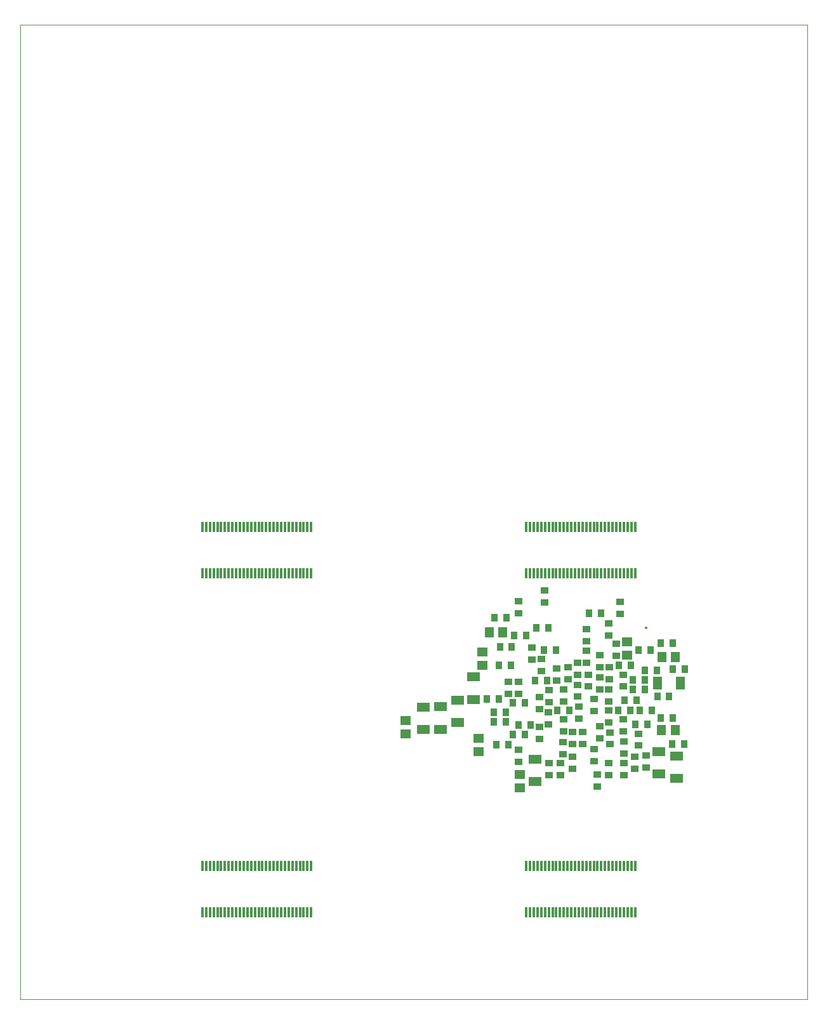
<source format=gbp>
G04 Layer_Color=128*
%FSLAX43Y43*%
%MOMM*%
G71*
G01*
G75*
%ADD10C,0.100*%
%ADD36R,1.000X0.950*%
%ADD37R,0.950X1.000*%
%ADD47C,0.300*%
%ADD63R,1.800X1.150*%
%ADD64R,1.450X1.150*%
%ADD65R,0.305X1.448*%
%ADD66R,1.150X1.450*%
%ADD67R,1.150X1.800*%
D10*
X95000Y-10000D02*
Y120000D01*
X-10000D02*
X95000D01*
X-10000Y-10000D02*
Y120000D01*
Y-10000D02*
X95000D01*
D36*
X67350Y34250D02*
D03*
Y35850D02*
D03*
X73525Y22500D02*
D03*
Y20900D02*
D03*
X72525Y25425D02*
D03*
Y23825D02*
D03*
X69500Y35775D02*
D03*
Y37375D02*
D03*
X60000Y42950D02*
D03*
Y44550D02*
D03*
X70000Y43025D02*
D03*
Y41425D02*
D03*
X62100Y21475D02*
D03*
Y19875D02*
D03*
X63650Y22350D02*
D03*
Y20750D02*
D03*
X68500Y21475D02*
D03*
Y19875D02*
D03*
X67025Y19975D02*
D03*
Y18375D02*
D03*
X66575Y23350D02*
D03*
Y21750D02*
D03*
X60525Y21500D02*
D03*
Y19900D02*
D03*
X70525Y21500D02*
D03*
Y19900D02*
D03*
X68500Y38525D02*
D03*
Y40125D02*
D03*
X59550Y33750D02*
D03*
Y35350D02*
D03*
X58275Y35325D02*
D03*
Y36925D02*
D03*
X56475Y41500D02*
D03*
Y43100D02*
D03*
X65525Y37750D02*
D03*
Y39350D02*
D03*
X59300Y26300D02*
D03*
Y24700D02*
D03*
X59275Y28675D02*
D03*
Y30275D02*
D03*
X56500Y30700D02*
D03*
Y32300D02*
D03*
X56500Y23300D02*
D03*
Y21700D02*
D03*
X55175Y30700D02*
D03*
Y32300D02*
D03*
X67300Y31350D02*
D03*
Y32950D02*
D03*
X65800Y31700D02*
D03*
Y33300D02*
D03*
X70500Y31700D02*
D03*
Y33300D02*
D03*
X60525Y29600D02*
D03*
Y31200D02*
D03*
X66550Y28450D02*
D03*
Y30050D02*
D03*
X64375Y31950D02*
D03*
Y30350D02*
D03*
X62500Y29700D02*
D03*
Y31300D02*
D03*
X62425Y24275D02*
D03*
Y22675D02*
D03*
X68675Y25600D02*
D03*
Y24000D02*
D03*
X65050Y25675D02*
D03*
Y24075D02*
D03*
X68550Y26925D02*
D03*
Y28525D02*
D03*
X60475Y26700D02*
D03*
Y28300D02*
D03*
X70525Y24350D02*
D03*
Y22750D02*
D03*
X72000Y22300D02*
D03*
Y20700D02*
D03*
X64350Y33250D02*
D03*
Y34850D02*
D03*
X67300Y26375D02*
D03*
Y24775D02*
D03*
X70500Y27350D02*
D03*
Y25750D02*
D03*
X64575Y27425D02*
D03*
Y29025D02*
D03*
X63700Y25650D02*
D03*
Y24050D02*
D03*
X62500Y27300D02*
D03*
Y25700D02*
D03*
X65575Y34875D02*
D03*
Y36475D02*
D03*
X68500Y29700D02*
D03*
Y31300D02*
D03*
X68575Y32675D02*
D03*
Y34275D02*
D03*
X61575Y32500D02*
D03*
Y34100D02*
D03*
X63100Y32700D02*
D03*
Y34300D02*
D03*
D37*
X77025Y24000D02*
D03*
X78625D02*
D03*
X73350Y33825D02*
D03*
X74950D02*
D03*
X75475Y27525D02*
D03*
X77075D02*
D03*
X72500Y36525D02*
D03*
X74100D02*
D03*
X75000Y30400D02*
D03*
X76600D02*
D03*
X60500Y39500D02*
D03*
X58900D02*
D03*
X57475Y38500D02*
D03*
X55875D02*
D03*
X67500Y41500D02*
D03*
X65900D02*
D03*
X71750Y32550D02*
D03*
X73350D02*
D03*
X54000Y37000D02*
D03*
X55600D02*
D03*
X54875Y40850D02*
D03*
X53275D02*
D03*
X55500Y34500D02*
D03*
X53900D02*
D03*
X75500Y37525D02*
D03*
X77100D02*
D03*
X77100Y34000D02*
D03*
X78700D02*
D03*
X61500Y36525D02*
D03*
X59900D02*
D03*
X57300Y29500D02*
D03*
X55700D02*
D03*
X56525Y26575D02*
D03*
X58125D02*
D03*
X57300Y25325D02*
D03*
X55700D02*
D03*
X55100Y23950D02*
D03*
X53500D02*
D03*
X54800Y27000D02*
D03*
X53200D02*
D03*
X54825Y28300D02*
D03*
X53225D02*
D03*
X53900Y30025D02*
D03*
X52300D02*
D03*
X70650Y29875D02*
D03*
X72250D02*
D03*
X69775Y28525D02*
D03*
X71375D02*
D03*
X72675Y28500D02*
D03*
X74275D02*
D03*
X63300Y28500D02*
D03*
X61700D02*
D03*
X71725Y31325D02*
D03*
X73325D02*
D03*
X72050Y26650D02*
D03*
X73650D02*
D03*
X60300Y32500D02*
D03*
X58700D02*
D03*
X69900Y34525D02*
D03*
X71500D02*
D03*
D47*
X73500Y39500D02*
X73500Y39500D01*
D63*
X43825Y28975D02*
D03*
Y25975D02*
D03*
X77550Y22425D02*
D03*
Y19425D02*
D03*
X58725Y22000D02*
D03*
Y19000D02*
D03*
X50500Y33000D02*
D03*
Y30000D02*
D03*
X75225Y23050D02*
D03*
Y20050D02*
D03*
X48400Y29900D02*
D03*
Y26900D02*
D03*
X46100Y29000D02*
D03*
Y26000D02*
D03*
D64*
X71000Y37675D02*
D03*
Y35875D02*
D03*
X51700Y34550D02*
D03*
Y36350D02*
D03*
X56650Y18200D02*
D03*
Y20000D02*
D03*
X41450Y25375D02*
D03*
Y27175D02*
D03*
X51200Y23000D02*
D03*
Y24800D02*
D03*
D65*
X58532Y1612D02*
D03*
Y7784D02*
D03*
X57532Y1612D02*
D03*
Y7784D02*
D03*
X58032Y1612D02*
D03*
Y7784D02*
D03*
X59032Y1612D02*
D03*
Y7784D02*
D03*
X59532Y1612D02*
D03*
Y7784D02*
D03*
X60032Y1612D02*
D03*
Y7784D02*
D03*
X60532Y1612D02*
D03*
Y7784D02*
D03*
X61032Y1612D02*
D03*
Y7784D02*
D03*
X61532Y1612D02*
D03*
Y7784D02*
D03*
X62032Y1612D02*
D03*
Y7784D02*
D03*
X62532Y1612D02*
D03*
Y7784D02*
D03*
X63032Y1612D02*
D03*
Y7784D02*
D03*
X63532Y1612D02*
D03*
Y7784D02*
D03*
X64032Y1612D02*
D03*
Y7784D02*
D03*
X64532Y1612D02*
D03*
Y7784D02*
D03*
X65032Y1612D02*
D03*
Y7784D02*
D03*
X65532D02*
D03*
X66032D02*
D03*
X66532Y1612D02*
D03*
Y7784D02*
D03*
X67032Y1612D02*
D03*
Y7784D02*
D03*
X67532Y1612D02*
D03*
Y7784D02*
D03*
X68032Y1612D02*
D03*
Y7784D02*
D03*
X68532Y1612D02*
D03*
Y7784D02*
D03*
X69032Y1612D02*
D03*
Y7784D02*
D03*
X69532Y1612D02*
D03*
Y7784D02*
D03*
X70032Y1612D02*
D03*
Y7784D02*
D03*
X70532D02*
D03*
X71032D02*
D03*
X71532D02*
D03*
X72032D02*
D03*
X71032Y1612D02*
D03*
X70532D02*
D03*
X66032D02*
D03*
X65532D02*
D03*
X72032D02*
D03*
X71532D02*
D03*
X15328D02*
D03*
Y7784D02*
D03*
X14328Y1612D02*
D03*
Y7784D02*
D03*
X14828Y1612D02*
D03*
Y7784D02*
D03*
X15828Y1612D02*
D03*
Y7784D02*
D03*
X16328Y1612D02*
D03*
Y7784D02*
D03*
X16828Y1612D02*
D03*
Y7784D02*
D03*
X17328Y1612D02*
D03*
Y7784D02*
D03*
X17828Y1612D02*
D03*
Y7784D02*
D03*
X18328Y1612D02*
D03*
Y7784D02*
D03*
X18828Y1612D02*
D03*
Y7784D02*
D03*
X19328Y1612D02*
D03*
Y7784D02*
D03*
X19828Y1612D02*
D03*
Y7784D02*
D03*
X20328Y1612D02*
D03*
Y7784D02*
D03*
X20828Y1612D02*
D03*
Y7784D02*
D03*
X21328Y1612D02*
D03*
Y7784D02*
D03*
X21828Y1612D02*
D03*
Y7784D02*
D03*
X22328D02*
D03*
X22828D02*
D03*
X23328Y1612D02*
D03*
Y7784D02*
D03*
X23828Y1612D02*
D03*
Y7784D02*
D03*
X24328Y1612D02*
D03*
Y7784D02*
D03*
X24828Y1612D02*
D03*
Y7784D02*
D03*
X25328Y1612D02*
D03*
Y7784D02*
D03*
X25828Y1612D02*
D03*
Y7784D02*
D03*
X26328Y1612D02*
D03*
Y7784D02*
D03*
X26828Y1612D02*
D03*
Y7784D02*
D03*
X27328D02*
D03*
X27828D02*
D03*
X28328D02*
D03*
X28828D02*
D03*
X27828Y1612D02*
D03*
X27328D02*
D03*
X22828D02*
D03*
X22328D02*
D03*
X28828D02*
D03*
X28328D02*
D03*
X58532Y46832D02*
D03*
Y53004D02*
D03*
X57532Y46832D02*
D03*
Y53004D02*
D03*
X58032Y46832D02*
D03*
Y53004D02*
D03*
X59032Y46832D02*
D03*
Y53004D02*
D03*
X59532Y46832D02*
D03*
Y53004D02*
D03*
X60032Y46832D02*
D03*
Y53004D02*
D03*
X60532Y46832D02*
D03*
Y53004D02*
D03*
X61032Y46832D02*
D03*
Y53004D02*
D03*
X61532Y46832D02*
D03*
Y53004D02*
D03*
X62032Y46832D02*
D03*
Y53004D02*
D03*
X62532Y46832D02*
D03*
Y53004D02*
D03*
X63032Y46832D02*
D03*
Y53004D02*
D03*
X63532Y46832D02*
D03*
Y53004D02*
D03*
X64032Y46832D02*
D03*
Y53004D02*
D03*
X64532Y46832D02*
D03*
Y53004D02*
D03*
X65032Y46832D02*
D03*
Y53004D02*
D03*
X65532D02*
D03*
X66032D02*
D03*
X66532Y46832D02*
D03*
Y53004D02*
D03*
X67032Y46832D02*
D03*
Y53004D02*
D03*
X67532Y46832D02*
D03*
Y53004D02*
D03*
X68032Y46832D02*
D03*
Y53004D02*
D03*
X68532Y46832D02*
D03*
Y53004D02*
D03*
X69032Y46832D02*
D03*
Y53004D02*
D03*
X69532Y46832D02*
D03*
Y53004D02*
D03*
X70032Y46832D02*
D03*
Y53004D02*
D03*
X70532D02*
D03*
X71032D02*
D03*
X71532D02*
D03*
X72032D02*
D03*
X71032Y46832D02*
D03*
X70532D02*
D03*
X66032D02*
D03*
X65532D02*
D03*
X72032D02*
D03*
X71532D02*
D03*
X15328D02*
D03*
Y53004D02*
D03*
X14328Y46832D02*
D03*
Y53004D02*
D03*
X14828Y46832D02*
D03*
Y53004D02*
D03*
X15828Y46832D02*
D03*
Y53004D02*
D03*
X16328Y46832D02*
D03*
Y53004D02*
D03*
X16828Y46832D02*
D03*
Y53004D02*
D03*
X17328Y46832D02*
D03*
Y53004D02*
D03*
X17828Y46832D02*
D03*
Y53004D02*
D03*
X18328Y46832D02*
D03*
Y53004D02*
D03*
X18828Y46832D02*
D03*
Y53004D02*
D03*
X19328Y46832D02*
D03*
Y53004D02*
D03*
X19828Y46832D02*
D03*
Y53004D02*
D03*
X20328Y46832D02*
D03*
Y53004D02*
D03*
X20828Y46832D02*
D03*
Y53004D02*
D03*
X21328Y46832D02*
D03*
Y53004D02*
D03*
X21828Y46832D02*
D03*
Y53004D02*
D03*
X22328D02*
D03*
X22828D02*
D03*
X23328Y46832D02*
D03*
Y53004D02*
D03*
X23828Y46832D02*
D03*
Y53004D02*
D03*
X24328Y46832D02*
D03*
Y53004D02*
D03*
X24828Y46832D02*
D03*
Y53004D02*
D03*
X25328Y46832D02*
D03*
Y53004D02*
D03*
X25828Y46832D02*
D03*
Y53004D02*
D03*
X26328Y46832D02*
D03*
Y53004D02*
D03*
X26828Y46832D02*
D03*
Y53004D02*
D03*
X27328D02*
D03*
X27828D02*
D03*
X28328D02*
D03*
X28828D02*
D03*
X27828Y46832D02*
D03*
X27328D02*
D03*
X22828D02*
D03*
X22328D02*
D03*
X28828D02*
D03*
X28328D02*
D03*
D66*
X77375Y25900D02*
D03*
X75575D02*
D03*
X52575Y38950D02*
D03*
X54375D02*
D03*
X77425Y35650D02*
D03*
X75625D02*
D03*
D67*
X75075Y32150D02*
D03*
X78075D02*
D03*
M02*

</source>
